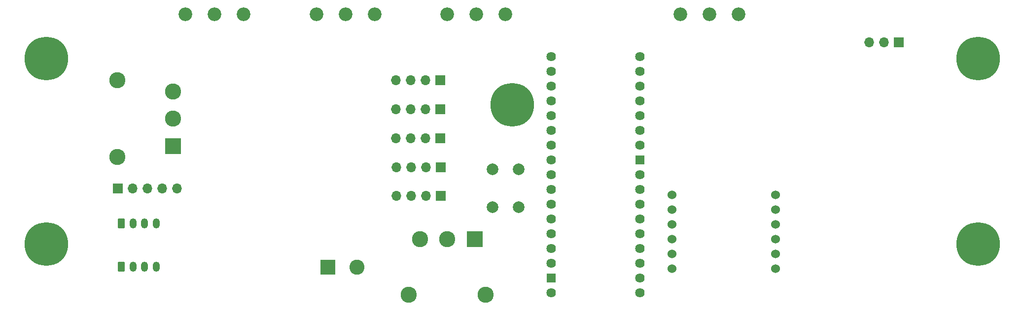
<source format=gbr>
%TF.GenerationSoftware,KiCad,Pcbnew,7.0.1-0*%
%TF.CreationDate,2023-07-02T18:57:52-05:00*%
%TF.ProjectId,Segway V3,53656777-6179-4205-9633-2e6b69636164,V1*%
%TF.SameCoordinates,Original*%
%TF.FileFunction,Soldermask,Bot*%
%TF.FilePolarity,Negative*%
%FSLAX46Y46*%
G04 Gerber Fmt 4.6, Leading zero omitted, Abs format (unit mm)*
G04 Created by KiCad (PCBNEW 7.0.1-0) date 2023-07-02 18:57:52*
%MOMM*%
%LPD*%
G01*
G04 APERTURE LIST*
G04 Aperture macros list*
%AMRoundRect*
0 Rectangle with rounded corners*
0 $1 Rounding radius*
0 $2 $3 $4 $5 $6 $7 $8 $9 X,Y pos of 4 corners*
0 Add a 4 corners polygon primitive as box body*
4,1,4,$2,$3,$4,$5,$6,$7,$8,$9,$2,$3,0*
0 Add four circle primitives for the rounded corners*
1,1,$1+$1,$2,$3*
1,1,$1+$1,$4,$5*
1,1,$1+$1,$6,$7*
1,1,$1+$1,$8,$9*
0 Add four rect primitives between the rounded corners*
20,1,$1+$1,$2,$3,$4,$5,0*
20,1,$1+$1,$4,$5,$6,$7,0*
20,1,$1+$1,$6,$7,$8,$9,0*
20,1,$1+$1,$8,$9,$2,$3,0*%
G04 Aperture macros list end*
%ADD10C,2.340000*%
%ADD11R,1.700000X1.700000*%
%ADD12O,1.700000X1.700000*%
%ADD13C,2.000000*%
%ADD14C,7.500000*%
%ADD15C,1.524000*%
%ADD16RoundRect,0.250000X-0.350000X-0.625000X0.350000X-0.625000X0.350000X0.625000X-0.350000X0.625000X0*%
%ADD17O,1.200000X1.750000*%
%ADD18C,2.600000*%
%ADD19R,2.600000X2.600000*%
%ADD20C,2.775000*%
%ADD21R,2.775000X2.775000*%
%ADD22C,1.625600*%
%ADD23RoundRect,0.025400X0.736600X0.736600X-0.736600X0.736600X-0.736600X-0.736600X0.736600X-0.736600X0*%
G04 APERTURE END LIST*
D10*
%TO.C,Ki*%
X136380000Y-96380000D03*
X131380000Y-96380000D03*
X126380000Y-96380000D03*
%TD*%
D11*
%TO.C,J2*%
X226380000Y-101230000D03*
D12*
X223840000Y-101230000D03*
X221300000Y-101230000D03*
%TD*%
D13*
%TO.C,RESET*%
X161130000Y-123130000D03*
X161130000Y-129630000D03*
X156630000Y-123130000D03*
X156630000Y-129630000D03*
%TD*%
D14*
%TO.C,REF\u002A\u002A*%
X240000000Y-136000000D03*
%TD*%
%TO.C,REF\u002A\u002A*%
X240000000Y-104000000D03*
%TD*%
%TO.C,REF\u002A\u002A*%
X160000000Y-112000000D03*
%TD*%
%TO.C,REF\u002A\u002A*%
X80000000Y-136000000D03*
%TD*%
%TO.C,REF\u002A\u002A*%
X80000000Y-104000000D03*
%TD*%
D15*
%TO.C,A1*%
X187490000Y-127530000D03*
X187490000Y-130070000D03*
X187490000Y-132610000D03*
X187490000Y-135150000D03*
X187490000Y-137690000D03*
X187490000Y-140230000D03*
X205270000Y-127530000D03*
X205270000Y-130070000D03*
X205270000Y-132610000D03*
X205270000Y-135150000D03*
X205270000Y-137690000D03*
X205270000Y-140230000D03*
%TD*%
D10*
%TO.C,Kp*%
X148880000Y-96380000D03*
X153880000Y-96380000D03*
X158880000Y-96380000D03*
%TD*%
D16*
%TO.C,E2*%
X92880000Y-139880000D03*
D17*
X94880000Y-139880000D03*
X96880000Y-139880000D03*
X98880000Y-139880000D03*
%TD*%
D18*
%TO.C,J9*%
X133387500Y-139975000D03*
D19*
X128387500Y-139975000D03*
%TD*%
D11*
%TO.C,5V*%
X147680000Y-112780000D03*
D12*
X145140000Y-112780000D03*
X142600000Y-112780000D03*
X140060000Y-112780000D03*
%TD*%
D20*
%TO.C,SW2*%
X92215000Y-107775000D03*
X92215000Y-120985000D03*
X101745000Y-109680000D03*
X101745000Y-114380000D03*
D21*
X101745000Y-119080000D03*
%TD*%
D11*
%TO.C,i2C*%
X147720000Y-122780000D03*
D12*
X145180000Y-122780000D03*
X142640000Y-122780000D03*
X140100000Y-122780000D03*
%TD*%
D22*
%TO.C,ESP32 ProS3*%
X182000000Y-144360000D03*
X182000000Y-141820000D03*
X182000000Y-139280000D03*
X182000000Y-136740000D03*
X182000000Y-134200000D03*
X182000000Y-131660000D03*
X182000000Y-129120000D03*
X182000000Y-126580000D03*
X182000000Y-124040000D03*
D23*
X182000000Y-121500000D03*
D22*
X182000000Y-118960000D03*
X182000000Y-116420000D03*
X182000000Y-113880000D03*
X182000000Y-111340000D03*
X182000000Y-108800000D03*
X182000000Y-106260000D03*
X182000000Y-103720000D03*
X166760000Y-103720000D03*
X166760000Y-106260000D03*
X166760000Y-108800000D03*
X166760000Y-111340000D03*
X166760000Y-113880000D03*
X166760000Y-116420000D03*
X166760000Y-118960000D03*
X166760000Y-121500000D03*
X166760000Y-124040000D03*
X166760000Y-126580000D03*
X166760000Y-129120000D03*
X166760000Y-131660000D03*
X166760000Y-134200000D03*
X166760000Y-136740000D03*
X166760000Y-139280000D03*
D23*
X166760000Y-141820000D03*
D22*
X166760000Y-144360000D03*
%TD*%
D10*
%TO.C,POT4*%
X188880000Y-96380000D03*
X193880000Y-96380000D03*
X198880000Y-96380000D03*
%TD*%
D11*
%TO.C,J8*%
X92305000Y-126380000D03*
D12*
X94845000Y-126380000D03*
X97385000Y-126380000D03*
X99925000Y-126380000D03*
X102465000Y-126380000D03*
%TD*%
D11*
%TO.C,UART*%
X147720000Y-127680000D03*
D12*
X145180000Y-127680000D03*
X142640000Y-127680000D03*
X140100000Y-127680000D03*
%TD*%
D11*
%TO.C,3.3V*%
X147680000Y-117780000D03*
D12*
X145140000Y-117780000D03*
X142600000Y-117780000D03*
X140060000Y-117780000D03*
%TD*%
D16*
%TO.C,E1*%
X92880000Y-132380000D03*
D17*
X94880000Y-132380000D03*
X96880000Y-132380000D03*
X98880000Y-132380000D03*
%TD*%
D12*
%TO.C,GND*%
X140060000Y-107780000D03*
X142600000Y-107780000D03*
X145140000Y-107780000D03*
D11*
X147680000Y-107780000D03*
%TD*%
D20*
%TO.C,S1*%
X142275000Y-144645000D03*
X155485000Y-144645000D03*
X144180000Y-135115000D03*
X148880000Y-135115000D03*
D21*
X153580000Y-135115000D03*
%TD*%
D10*
%TO.C,Kd*%
X103880000Y-96380000D03*
X108880000Y-96380000D03*
X113880000Y-96380000D03*
%TD*%
M02*

</source>
